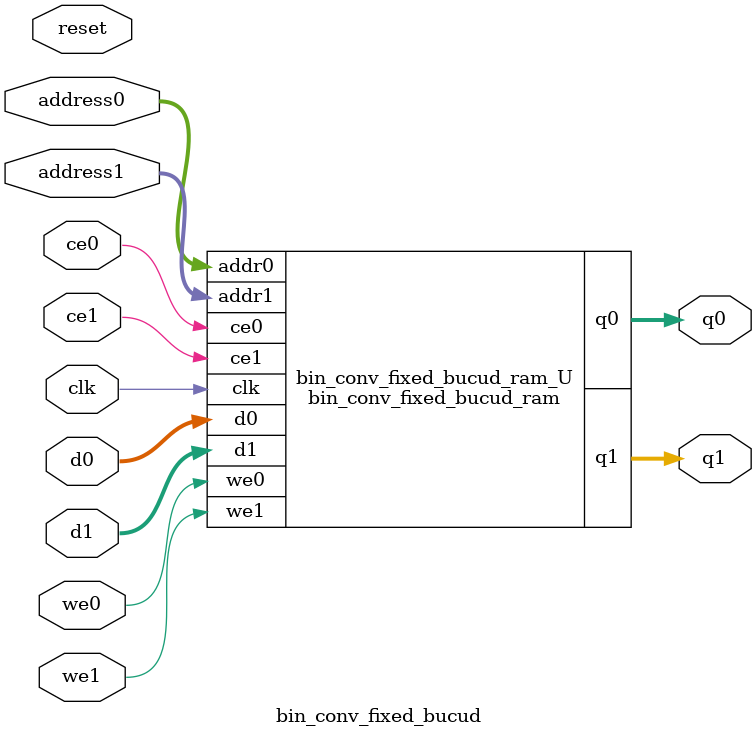
<source format=v>

`timescale 1 ns / 1 ps
module bin_conv_fixed_bucud_ram (addr0, ce0, d0, we0, q0, addr1, ce1, d1, we1, q1,  clk);

parameter DWIDTH = 12;
parameter AWIDTH = 5;
parameter MEM_SIZE = 32;

input[AWIDTH-1:0] addr0;
input ce0;
input[DWIDTH-1:0] d0;
input we0;
output reg[DWIDTH-1:0] q0;
input[AWIDTH-1:0] addr1;
input ce1;
input[DWIDTH-1:0] d1;
input we1;
output reg[DWIDTH-1:0] q1;
input clk;

(* ram_style = "block" *)reg [DWIDTH-1:0] ram[0:MEM_SIZE-1];




always @(posedge clk)  
begin 
    if (ce0) 
    begin
        if (we0) 
        begin 
            ram[addr0] <= d0; 
            q0 <= d0;
        end 
        else 
            q0 <= ram[addr0];
    end
end


always @(posedge clk)  
begin 
    if (ce1) 
    begin
        if (we1) 
        begin 
            ram[addr1] <= d1; 
            q1 <= d1;
        end 
        else 
            q1 <= ram[addr1];
    end
end


endmodule


`timescale 1 ns / 1 ps
module bin_conv_fixed_bucud(
    reset,
    clk,
    address0,
    ce0,
    we0,
    d0,
    q0,
    address1,
    ce1,
    we1,
    d1,
    q1);

parameter DataWidth = 32'd12;
parameter AddressRange = 32'd32;
parameter AddressWidth = 32'd5;
input reset;
input clk;
input[AddressWidth - 1:0] address0;
input ce0;
input we0;
input[DataWidth - 1:0] d0;
output[DataWidth - 1:0] q0;
input[AddressWidth - 1:0] address1;
input ce1;
input we1;
input[DataWidth - 1:0] d1;
output[DataWidth - 1:0] q1;



bin_conv_fixed_bucud_ram bin_conv_fixed_bucud_ram_U(
    .clk( clk ),
    .addr0( address0 ),
    .ce0( ce0 ),
    .d0( d0 ),
    .we0( we0 ),
    .q0( q0 ),
    .addr1( address1 ),
    .ce1( ce1 ),
    .d1( d1 ),
    .we1( we1 ),
    .q1( q1 ));

endmodule


</source>
